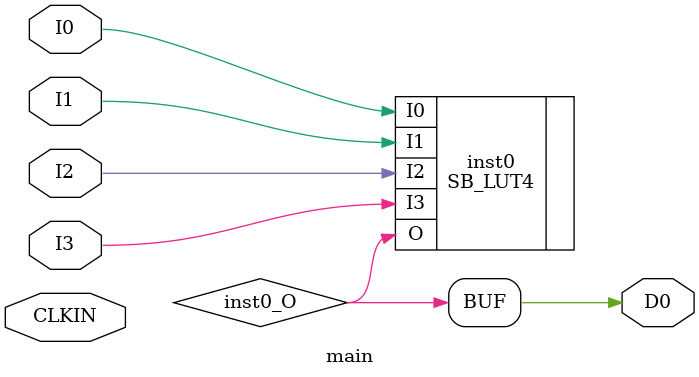
<source format=v>
module main (input  I0, input  I1, input  I2, input  I3, output  D0, input  CLKIN);
wire  inst0_O;
SB_LUT4 #(.LUT_INIT(16'h8000)) inst0 (.I0(I0), .I1(I1), .I2(I2), .I3(I3), .O(inst0_O));
assign D0 = inst0_O;
endmodule


</source>
